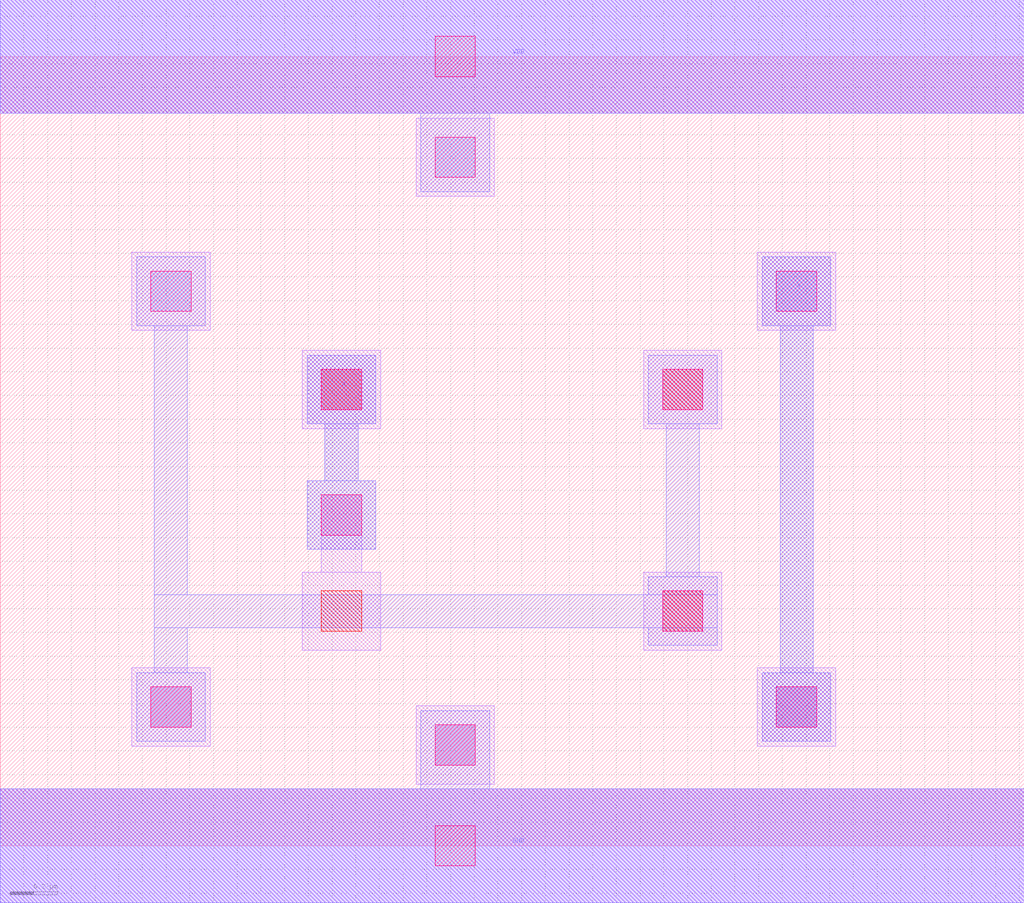
<source format=lef>
MACRO BUFX2
 CLASS CORE ;
 FOREIGN BUFX2 0 0 ;
 SIZE 4.32 BY 3.33 ;
 ORIGIN 0 0 ;
 SYMMETRY X Y R90 ;
 SITE unit ;
  PIN VDD
   DIRECTION INOUT ;
   USE POWER ;
   SHAPE ABUTMENT ;
    PORT
     CLASS CORE ;
       LAYER li1 ;
        RECT 0.00000000 3.09000000 4.32000000 3.57000000 ;
       LAYER met1 ;
        RECT 0.00000000 3.09000000 4.32000000 3.57000000 ;
    END
  END VDD

  PIN GND
   DIRECTION INOUT ;
   USE POWER ;
   SHAPE ABUTMENT ;
    PORT
     CLASS CORE ;
       LAYER li1 ;
        RECT 0.00000000 -0.24000000 4.32000000 0.24000000 ;
       LAYER met1 ;
        RECT 0.00000000 -0.24000000 4.32000000 0.24000000 ;
    END
  END GND

  PIN Y
   DIRECTION INOUT ;
   USE SIGNAL ;
   SHAPE ABUTMENT ;
    PORT
     CLASS CORE ;
       LAYER met1 ;
        RECT 3.21500000 0.44000000 3.50500000 0.73000000 ;
        RECT 3.29000000 0.73000000 3.43000000 2.19500000 ;
        RECT 3.21500000 2.19500000 3.50500000 2.48500000 ;
    END
  END Y

  PIN A
   DIRECTION INOUT ;
   USE SIGNAL ;
   SHAPE ABUTMENT ;
    PORT
     CLASS CORE ;
       LAYER met1 ;
        RECT 1.29500000 1.25000000 1.58500000 1.54000000 ;
        RECT 1.37000000 1.54000000 1.51000000 1.78000000 ;
        RECT 1.29500000 1.78000000 1.58500000 2.07000000 ;
    END
  END A

 OBS
    LAYER polycont ;
     RECT 1.35500000 0.90500000 1.52500000 1.07500000 ;
     RECT 2.79500000 0.90500000 2.96500000 1.07500000 ;
     RECT 1.35500000 1.84000000 1.52500000 2.01000000 ;
     RECT 2.79500000 1.84000000 2.96500000 2.01000000 ;

    LAYER pdiffc ;
     RECT 0.63500000 2.25500000 0.80500000 2.42500000 ;
     RECT 3.27500000 2.25500000 3.44500000 2.42500000 ;
     RECT 1.83500000 2.82000000 2.00500000 2.99000000 ;

    LAYER ndiffc ;
     RECT 1.83500000 0.34000000 2.00500000 0.51000000 ;
     RECT 0.63500000 0.50000000 0.80500000 0.67000000 ;
     RECT 3.27500000 0.50000000 3.44500000 0.67000000 ;

    LAYER li1 ;
     RECT 0.00000000 -0.24000000 4.32000000 0.24000000 ;
     RECT 1.75500000 0.26000000 2.08500000 0.59000000 ;
     RECT 0.55500000 0.42000000 0.88500000 0.75000000 ;
     RECT 3.19500000 0.42000000 3.52500000 0.75000000 ;
     RECT 2.71500000 0.82500000 3.04500000 1.15500000 ;
     RECT 1.27500000 0.82500000 1.60500000 1.15500000 ;
     RECT 1.35500000 1.15500000 1.52500000 1.48000000 ;
     RECT 1.27500000 1.76000000 1.60500000 2.09000000 ;
     RECT 2.71500000 1.76000000 3.04500000 2.09000000 ;
     RECT 0.55500000 2.17500000 0.88500000 2.50500000 ;
     RECT 3.19500000 2.17500000 3.52500000 2.50500000 ;
     RECT 1.75500000 2.74000000 2.08500000 3.07000000 ;
     RECT 0.00000000 3.09000000 4.32000000 3.57000000 ;

    LAYER viali ;
     RECT 1.83500000 -0.08500000 2.00500000 0.08500000 ;
     RECT 1.83500000 0.34000000 2.00500000 0.51000000 ;
     RECT 0.63500000 0.50000000 0.80500000 0.67000000 ;
     RECT 3.27500000 0.50000000 3.44500000 0.67000000 ;
     RECT 2.79500000 0.90500000 2.96500000 1.07500000 ;
     RECT 1.35500000 1.31000000 1.52500000 1.48000000 ;
     RECT 1.35500000 1.84000000 1.52500000 2.01000000 ;
     RECT 2.79500000 1.84000000 2.96500000 2.01000000 ;
     RECT 0.63500000 2.25500000 0.80500000 2.42500000 ;
     RECT 3.27500000 2.25500000 3.44500000 2.42500000 ;
     RECT 1.83500000 2.82000000 2.00500000 2.99000000 ;
     RECT 1.83500000 3.24500000 2.00500000 3.41500000 ;

    LAYER met1 ;
     RECT 0.00000000 -0.24000000 4.32000000 0.24000000 ;
     RECT 1.77500000 0.24000000 2.06500000 0.57000000 ;
     RECT 1.29500000 1.25000000 1.58500000 1.54000000 ;
     RECT 1.37000000 1.54000000 1.51000000 1.78000000 ;
     RECT 1.29500000 1.78000000 1.58500000 2.07000000 ;
     RECT 0.57500000 0.44000000 0.86500000 0.73000000 ;
     RECT 0.65000000 0.73000000 0.79000000 0.92000000 ;
     RECT 2.73500000 0.84500000 3.02500000 0.92000000 ;
     RECT 0.65000000 0.92000000 3.02500000 1.06000000 ;
     RECT 2.73500000 1.06000000 3.02500000 1.13500000 ;
     RECT 2.81000000 1.13500000 2.95000000 1.78000000 ;
     RECT 2.73500000 1.78000000 3.02500000 2.07000000 ;
     RECT 0.65000000 1.06000000 0.79000000 2.19500000 ;
     RECT 0.57500000 2.19500000 0.86500000 2.48500000 ;
     RECT 3.21500000 0.44000000 3.50500000 0.73000000 ;
     RECT 3.29000000 0.73000000 3.43000000 2.19500000 ;
     RECT 3.21500000 2.19500000 3.50500000 2.48500000 ;
     RECT 1.77500000 2.76000000 2.06500000 3.09000000 ;
     RECT 0.00000000 3.09000000 4.32000000 3.57000000 ;

 END
END BUFX2

</source>
